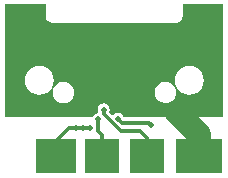
<source format=gbl>
G04*
G04 #@! TF.GenerationSoftware,Altium Limited,Altium Designer,18.0.11 (651)*
G04*
G04 Layer_Physical_Order=2*
G04 Layer_Color=16711680*
%FSTAX24Y24*%
%MOIN*%
G70*
G01*
G75*
%ADD12R,0.1378X0.1181*%
%ADD14R,0.1181X0.1181*%
%ADD23C,0.0138*%
%ADD24C,0.0197*%
%ADD25R,0.1575X0.1181*%
%ADD26C,0.0787*%
G36*
X017368Y01204D02*
X01439D01*
D01*
D01*
X014047D01*
X014045Y012049D01*
X014001Y012115D01*
X013936Y012159D01*
X013858Y012174D01*
X013781Y012159D01*
X013715Y012115D01*
X01371Y012108D01*
X013661Y012103D01*
X013568Y012195D01*
X013573Y012202D01*
X013588Y012279D01*
X013573Y012356D01*
X013529Y012422D01*
X013463Y012466D01*
X013386Y012481D01*
X013308Y012466D01*
X013243Y012422D01*
X013199Y012356D01*
X013184Y012279D01*
X013199Y012202D01*
X013172Y012152D01*
X013131Y012144D01*
X013066Y0121D01*
X013025Y01204D01*
X010112D01*
Y015794D01*
X011463D01*
Y015391D01*
X011461D01*
X011477Y015309D01*
X011524Y01524D01*
X011593Y015194D01*
X011675Y015177D01*
Y015179D01*
X015806D01*
Y015177D01*
X015887Y015194D01*
X015957Y01524D01*
X016003Y015309D01*
X016019Y015391D01*
X016018D01*
Y015794D01*
X017368D01*
Y01204D01*
D02*
G37*
%LPC*%
G36*
X01624Y013734D02*
X016115Y013718D01*
X015998Y013669D01*
X015898Y013592D01*
X015821Y013492D01*
X015772Y013375D01*
X015756Y01325D01*
X015772Y013125D01*
X015821Y013008D01*
X015898Y012908D01*
X015998Y012831D01*
X016115Y012782D01*
X01624Y012766D01*
X016365Y012782D01*
X016482Y012831D01*
X016582Y012908D01*
X016659Y013008D01*
X016708Y013125D01*
X016724Y01325D01*
X016708Y013375D01*
X016659Y013492D01*
X016582Y013592D01*
X016482Y013669D01*
X016365Y013718D01*
X01624Y013734D01*
D02*
G37*
G36*
X01124D02*
X011115Y013718D01*
X010998Y013669D01*
X010898Y013592D01*
X010821Y013492D01*
X010772Y013375D01*
X010756Y01325D01*
X010772Y013125D01*
X010821Y013008D01*
X010898Y012908D01*
X010998Y012831D01*
X011115Y012782D01*
X01124Y012766D01*
X011365Y012782D01*
X011482Y012831D01*
X011582Y012908D01*
X011659Y013008D01*
X011708Y013125D01*
X011724Y01325D01*
X011708Y013375D01*
X011659Y013492D01*
X011582Y013592D01*
X011482Y013669D01*
X011365Y013718D01*
X01124Y013734D01*
D02*
G37*
G36*
X01544Y013208D02*
X015394Y013202D01*
X01539D01*
X015384Y013201D01*
X015347Y013196D01*
X015261Y01316D01*
X015232Y013138D01*
X015226Y013134D01*
X015224Y013132D01*
X015187Y013103D01*
X015158Y013066D01*
X015156Y013064D01*
X015152Y013058D01*
X01513Y013029D01*
X015094Y012943D01*
X015089Y012906D01*
X015088Y0129D01*
Y012896D01*
X015082Y01285D01*
X015088Y012804D01*
Y0128D01*
X015089Y012794D01*
X015094Y012757D01*
X01513Y012671D01*
X015152Y012642D01*
X015156Y012636D01*
X015158Y012634D01*
X015187Y012597D01*
X015224Y012568D01*
X015226Y012566D01*
X01523Y012564D01*
D01*
X01529Y01253D01*
X01544Y012492D01*
X015486Y012498D01*
X01549D01*
X015496Y012499D01*
X015533Y012504D01*
X015619Y01254D01*
X015648Y012562D01*
X015654Y012566D01*
X015656Y012568D01*
X015693Y012597D01*
X015722Y012634D01*
X015724Y012636D01*
X015728Y012642D01*
X01575Y012671D01*
X015786Y012757D01*
X015791Y012794D01*
X015792Y0128D01*
Y012804D01*
X015798Y01285D01*
X015792Y012896D01*
Y0129D01*
X015791Y012906D01*
X015786Y012943D01*
X01575Y013029D01*
X015728Y013058D01*
X015724Y013064D01*
X015722Y013066D01*
X015693Y013103D01*
X015656Y013132D01*
X015654Y013134D01*
X015648Y013138D01*
X015619Y01316D01*
X015533Y013196D01*
X015496Y013201D01*
X01549Y013202D01*
X015486D01*
X01544Y013208D01*
D02*
G37*
G36*
X01204D02*
X011994Y013202D01*
X01199D01*
X011984Y013201D01*
X011947Y013196D01*
X011861Y01316D01*
X011832Y013138D01*
X011826Y013134D01*
X011824Y013132D01*
X011787Y013103D01*
X011758Y013066D01*
X011756Y013064D01*
X011752Y013058D01*
X01173Y013029D01*
X011694Y012943D01*
X011689Y012906D01*
X011688Y0129D01*
Y012896D01*
X011682Y01285D01*
X011688Y012804D01*
Y0128D01*
X011689Y012794D01*
X011694Y012757D01*
X01173Y012671D01*
X011752Y012642D01*
X011756Y012636D01*
X011758Y012634D01*
X011787Y012597D01*
X011824Y012568D01*
X011826Y012566D01*
X011832Y012562D01*
X011861Y01254D01*
X011947Y012504D01*
X011984Y012499D01*
X01199Y012498D01*
X011994D01*
X01204Y012492D01*
X012086Y012498D01*
X01209D01*
X012096Y012499D01*
X012133Y012504D01*
X012219Y01254D01*
X012248Y012562D01*
X012254Y012566D01*
X012256Y012568D01*
X012293Y012597D01*
X012322Y012634D01*
X012324Y012636D01*
X012328Y012642D01*
X01235Y012671D01*
X012386Y012757D01*
X012391Y012794D01*
X012392Y0128D01*
Y012804D01*
X012398Y01285D01*
X012392Y012896D01*
Y0129D01*
X012391Y012906D01*
X012386Y012943D01*
X01235Y013029D01*
X012328Y013058D01*
X012324Y013064D01*
X012322Y013066D01*
X012293Y013103D01*
X012256Y013132D01*
X012254Y013134D01*
X012248Y013138D01*
X012219Y01316D01*
X012133Y013196D01*
X012096Y013201D01*
X01209Y013202D01*
X012086D01*
X01204Y013208D01*
D02*
G37*
%LPD*%
D12*
X01179Y010728D02*
D03*
D14*
X013346D02*
D03*
X014823D02*
D03*
D23*
X01179D02*
Y01124D01*
X012219Y011669D01*
X012946D01*
X013209Y011561D02*
Y011957D01*
Y011561D02*
X013346Y011424D01*
Y010728D02*
Y011424D01*
X01397Y01155D02*
X0146D01*
X013386Y012134D02*
X01397Y01155D01*
X013386Y012134D02*
Y012279D01*
X0146Y01155D02*
X014823Y011327D01*
Y010728D02*
Y011327D01*
X014889Y01184D02*
X014952Y011777D01*
X01399Y01184D02*
X014889D01*
X013858Y011972D02*
X01399Y01184D01*
D24*
X01062Y0123D02*
D03*
X01116Y01228D02*
D03*
X013386Y012279D02*
D03*
X01248Y011669D02*
D03*
X013858Y011972D02*
D03*
X014952Y011777D02*
D03*
X01524Y012313D02*
D03*
X014895Y012193D02*
D03*
X014587D02*
D03*
X013209Y011957D02*
D03*
X012946Y011669D02*
D03*
X012713D02*
D03*
D25*
X01655Y010728D02*
D03*
D26*
X01581Y0122D02*
X01655Y01146D01*
Y010728D02*
Y01146D01*
M02*

</source>
